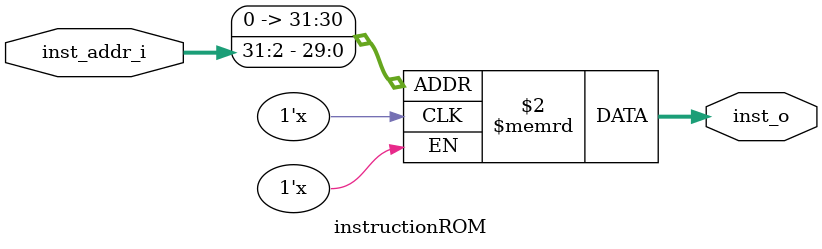
<source format=v>
module instructionROM (
    input wire [31:0] inst_addr_i,  //来自PC的地址
    output reg [31:0] inst_o  // 输出指令
);
  reg [31:0] ROM[0:4095];
  always @(*) begin
    inst_o = ROM[inst_addr_i>>2];
  end
endmodule

</source>
